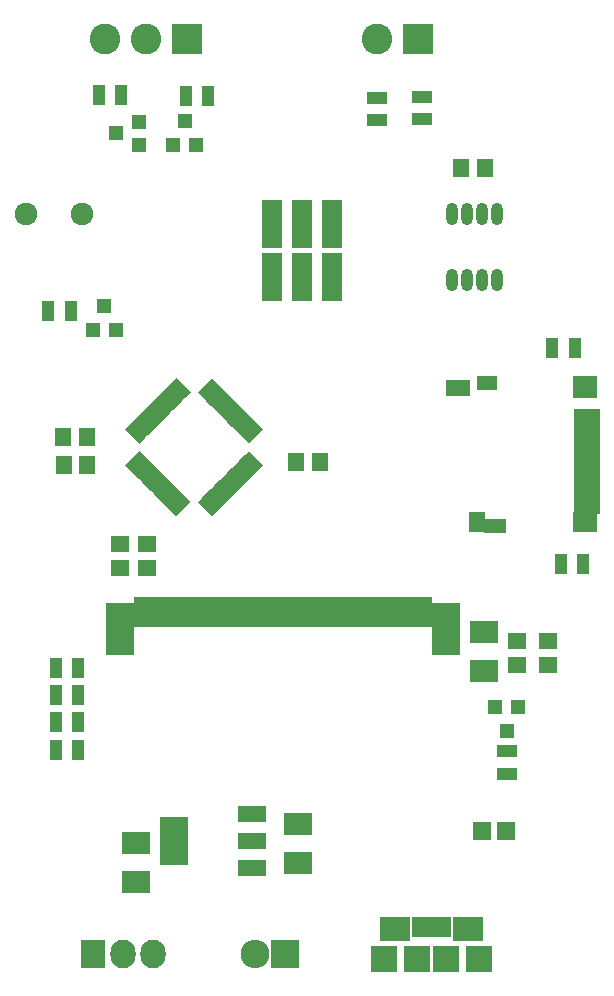
<source format=gts>
G04 #@! TF.FileFunction,Soldermask,Top*
%FSLAX46Y46*%
G04 Gerber Fmt 4.6, Leading zero omitted, Abs format (unit mm)*
G04 Created by KiCad (PCBNEW 4.0.1-stable) date 3/14/2016 2:44:03 AM*
%MOMM*%
G01*
G04 APERTURE LIST*
%ADD10C,0.100000*%
%ADD11R,0.700000X2.650000*%
%ADD12R,2.400000X4.400000*%
%ADD13R,1.400000X1.650000*%
%ADD14R,2.432000X1.924000*%
%ADD15R,1.650000X1.400000*%
%ADD16R,2.200000X1.150000*%
%ADD17R,2.000000X1.800000*%
%ADD18R,2.000000X1.900000*%
%ADD19R,1.800000X1.200000*%
%ADD20R,1.900000X1.200000*%
%ADD21R,1.400000X1.800000*%
%ADD22R,2.000000X1.400000*%
%ADD23R,1.598880X1.598880*%
%ADD24R,1.700000X4.100000*%
%ADD25R,2.600000X2.600000*%
%ADD26C,2.600000*%
%ADD27R,0.800000X1.750000*%
%ADD28R,2.500000X2.000000*%
%ADD29R,2.300000X2.300000*%
%ADD30R,2.200000X2.300000*%
%ADD31R,1.200100X1.200100*%
%ADD32R,1.700000X1.100000*%
%ADD33R,1.100000X1.700000*%
%ADD34C,1.924000*%
%ADD35O,1.009600X1.873200*%
%ADD36R,2.432000X4.057600*%
%ADD37R,2.432000X1.416000*%
%ADD38R,2.127200X2.432000*%
%ADD39O,2.127200X2.432000*%
%ADD40R,2.432000X2.432000*%
%ADD41O,2.432000X2.432000*%
G04 APERTURE END LIST*
D10*
D11*
X141000000Y-115700000D03*
X141500000Y-115700000D03*
X142000000Y-115700000D03*
X142500000Y-115700000D03*
X143000000Y-115700000D03*
X143500000Y-115700000D03*
X144000000Y-115700000D03*
X144500000Y-115700000D03*
X145000000Y-115700000D03*
X145500000Y-115700000D03*
X146000000Y-115700000D03*
X146500000Y-115700000D03*
X147000000Y-115700000D03*
X147500000Y-115700000D03*
X148000000Y-115700000D03*
X148500000Y-115700000D03*
X149000000Y-115700000D03*
X149500000Y-115700000D03*
X150000000Y-115700000D03*
X150500000Y-115700000D03*
X151000000Y-115700000D03*
X151500000Y-115700000D03*
X152000000Y-115700000D03*
X152500000Y-115700000D03*
X153000000Y-115700000D03*
X153500000Y-115700000D03*
X154000000Y-115700000D03*
X154500000Y-115700000D03*
X155000000Y-115700000D03*
X155500000Y-115700000D03*
X156000000Y-115700000D03*
X156500000Y-115700000D03*
X157000000Y-115700000D03*
X157500000Y-115700000D03*
X158000000Y-115700000D03*
X158500000Y-115700000D03*
X159000000Y-115700000D03*
X159500000Y-115700000D03*
X160000000Y-115700000D03*
X160500000Y-115700000D03*
X161000000Y-115700000D03*
X161500000Y-115700000D03*
X162000000Y-115700000D03*
X162500000Y-115700000D03*
X163000000Y-115700000D03*
X163500000Y-115700000D03*
X164000000Y-115700000D03*
X164500000Y-115700000D03*
X165000000Y-115700000D03*
X165500000Y-115700000D03*
D12*
X139460000Y-117150000D03*
X167040000Y-117150000D03*
D11*
X141000000Y-115700000D03*
X141500000Y-115700000D03*
X142000000Y-115700000D03*
X142500000Y-115700000D03*
X143000000Y-115700000D03*
X143500000Y-115700000D03*
X144000000Y-115700000D03*
X144500000Y-115700000D03*
X145000000Y-115700000D03*
X145500000Y-115700000D03*
X146000000Y-115700000D03*
X146500000Y-115700000D03*
X147000000Y-115700000D03*
X147500000Y-115700000D03*
X148000000Y-115700000D03*
X148500000Y-115700000D03*
X149000000Y-115700000D03*
X149500000Y-115700000D03*
X150000000Y-115700000D03*
X150500000Y-115700000D03*
X151000000Y-115700000D03*
X151500000Y-115700000D03*
X152000000Y-115700000D03*
X152500000Y-115700000D03*
X153000000Y-115700000D03*
X153500000Y-115700000D03*
X154000000Y-115700000D03*
X154500000Y-115700000D03*
X155000000Y-115700000D03*
X155500000Y-115700000D03*
X156000000Y-115700000D03*
X156500000Y-115700000D03*
X157000000Y-115700000D03*
X157500000Y-115700000D03*
X158000000Y-115700000D03*
X158500000Y-115700000D03*
X159000000Y-115700000D03*
X159500000Y-115700000D03*
X160000000Y-115700000D03*
X160500000Y-115700000D03*
X161000000Y-115700000D03*
X161500000Y-115700000D03*
X162000000Y-115700000D03*
X162500000Y-115700000D03*
X163000000Y-115700000D03*
X163500000Y-115700000D03*
X164000000Y-115700000D03*
X164500000Y-115700000D03*
X165000000Y-115700000D03*
X165500000Y-115700000D03*
D12*
X139460000Y-117150000D03*
X167040000Y-117150000D03*
D13*
X168341800Y-78130400D03*
X170341800Y-78130400D03*
D14*
X154508200Y-133654800D03*
X154508200Y-136956800D03*
X140843000Y-135255000D03*
X140843000Y-138557000D03*
D15*
X141757400Y-109921800D03*
X141757400Y-111921800D03*
X139496800Y-109947200D03*
X139496800Y-111947200D03*
D13*
X136686800Y-103225600D03*
X134686800Y-103225600D03*
X154397200Y-102971600D03*
X156397200Y-102971600D03*
X136636000Y-100888800D03*
X134636000Y-100888800D03*
D14*
X170281600Y-120700800D03*
X170281600Y-117398800D03*
D15*
X173101000Y-118142000D03*
X173101000Y-120142000D03*
X175666400Y-118160800D03*
X175666400Y-120160800D03*
D16*
X178957800Y-99090800D03*
X178957800Y-100190800D03*
X178957800Y-101290800D03*
X178957800Y-102390800D03*
X178957800Y-103490800D03*
X178957800Y-104590800D03*
X178957800Y-105690800D03*
X178957800Y-106790800D03*
D17*
X178857800Y-108090800D03*
D18*
X178857800Y-96640800D03*
D19*
X170557800Y-96290800D03*
D20*
X171207800Y-108390800D03*
D21*
X169707800Y-108090800D03*
D22*
X168107800Y-96690800D03*
D23*
X170063160Y-134213600D03*
X172161200Y-134213600D03*
D24*
X152323800Y-82854800D03*
X154863800Y-82854800D03*
X152323800Y-87299800D03*
X154863800Y-87299800D03*
X157403800Y-82854800D03*
X157403800Y-87299800D03*
D25*
X164688400Y-67157600D03*
D26*
X161188400Y-67157600D03*
D25*
X145155800Y-67157600D03*
D26*
X141655800Y-67157600D03*
X138155800Y-67157600D03*
D27*
X164536600Y-142359000D03*
X165186600Y-142359000D03*
X165836600Y-142359000D03*
X166486600Y-142359000D03*
X167136600Y-142359000D03*
D28*
X162736600Y-142484000D03*
X168936600Y-142484000D03*
D29*
X164636600Y-145034000D03*
X167036600Y-145034000D03*
D30*
X169836600Y-145034000D03*
X161836600Y-145034000D03*
D31*
X137175200Y-91780360D03*
X139075200Y-91780360D03*
X138125200Y-89781380D03*
X143982400Y-76133960D03*
X145882400Y-76133960D03*
X144932400Y-74134980D03*
X141081760Y-76108600D03*
X141081760Y-74208600D03*
X139082780Y-75158600D03*
X173136600Y-123764040D03*
X171236600Y-123764040D03*
X172186600Y-125763020D03*
D32*
X164998400Y-73949600D03*
X164998400Y-72049600D03*
X161188400Y-74025800D03*
X161188400Y-72125800D03*
D33*
X135290600Y-90220800D03*
X133390600Y-90220800D03*
X145023800Y-71983600D03*
X146923800Y-71983600D03*
X137657800Y-71932800D03*
X139557800Y-71932800D03*
X135925600Y-120396000D03*
X134025600Y-120396000D03*
X135925600Y-122682000D03*
X134025600Y-122682000D03*
X135925600Y-125018800D03*
X134025600Y-125018800D03*
X135925600Y-127406400D03*
X134025600Y-127406400D03*
X178673800Y-111658400D03*
X176773800Y-111658400D03*
X176072800Y-93319600D03*
X177972800Y-93319600D03*
D32*
X172186600Y-127472400D03*
X172186600Y-129372400D03*
D34*
X131495800Y-81965800D03*
X136245800Y-81965800D03*
D10*
G36*
X140340811Y-103689221D02*
X139881192Y-103229602D01*
X141083273Y-102027521D01*
X141542892Y-102487140D01*
X140340811Y-103689221D01*
X140340811Y-103689221D01*
G37*
G36*
X140694364Y-104042774D02*
X140234745Y-103583155D01*
X141436826Y-102381074D01*
X141896445Y-102840693D01*
X140694364Y-104042774D01*
X140694364Y-104042774D01*
G37*
G36*
X141047918Y-104396328D02*
X140588299Y-103936709D01*
X141790380Y-102734628D01*
X142249999Y-103194247D01*
X141047918Y-104396328D01*
X141047918Y-104396328D01*
G37*
G36*
X141401471Y-104749881D02*
X140941852Y-104290262D01*
X142143933Y-103088181D01*
X142603552Y-103547800D01*
X141401471Y-104749881D01*
X141401471Y-104749881D01*
G37*
G36*
X141755024Y-105103434D02*
X141295405Y-104643815D01*
X142497486Y-103441734D01*
X142957105Y-103901353D01*
X141755024Y-105103434D01*
X141755024Y-105103434D01*
G37*
G36*
X142108578Y-105456988D02*
X141648959Y-104997369D01*
X142851040Y-103795288D01*
X143310659Y-104254907D01*
X142108578Y-105456988D01*
X142108578Y-105456988D01*
G37*
G36*
X142462131Y-105810541D02*
X142002512Y-105350922D01*
X143204593Y-104148841D01*
X143664212Y-104608460D01*
X142462131Y-105810541D01*
X142462131Y-105810541D01*
G37*
G36*
X142815685Y-106164095D02*
X142356066Y-105704476D01*
X143558147Y-104502395D01*
X144017766Y-104962014D01*
X142815685Y-106164095D01*
X142815685Y-106164095D01*
G37*
G36*
X143169238Y-106517648D02*
X142709619Y-106058029D01*
X143911700Y-104855948D01*
X144371319Y-105315567D01*
X143169238Y-106517648D01*
X143169238Y-106517648D01*
G37*
G36*
X143522791Y-106871201D02*
X143063172Y-106411582D01*
X144265253Y-105209501D01*
X144724872Y-105669120D01*
X143522791Y-106871201D01*
X143522791Y-106871201D01*
G37*
G36*
X143876345Y-107224755D02*
X143416726Y-106765136D01*
X144618807Y-105563055D01*
X145078426Y-106022674D01*
X143876345Y-107224755D01*
X143876345Y-107224755D01*
G37*
G36*
X144229898Y-107578308D02*
X143770279Y-107118689D01*
X144972360Y-105916608D01*
X145431979Y-106376227D01*
X144229898Y-107578308D01*
X144229898Y-107578308D01*
G37*
G36*
X147694721Y-107118689D02*
X147235102Y-107578308D01*
X146033021Y-106376227D01*
X146492640Y-105916608D01*
X147694721Y-107118689D01*
X147694721Y-107118689D01*
G37*
G36*
X148048274Y-106765136D02*
X147588655Y-107224755D01*
X146386574Y-106022674D01*
X146846193Y-105563055D01*
X148048274Y-106765136D01*
X148048274Y-106765136D01*
G37*
G36*
X148401828Y-106411582D02*
X147942209Y-106871201D01*
X146740128Y-105669120D01*
X147199747Y-105209501D01*
X148401828Y-106411582D01*
X148401828Y-106411582D01*
G37*
G36*
X148755381Y-106058029D02*
X148295762Y-106517648D01*
X147093681Y-105315567D01*
X147553300Y-104855948D01*
X148755381Y-106058029D01*
X148755381Y-106058029D01*
G37*
G36*
X149108934Y-105704476D02*
X148649315Y-106164095D01*
X147447234Y-104962014D01*
X147906853Y-104502395D01*
X149108934Y-105704476D01*
X149108934Y-105704476D01*
G37*
G36*
X149462488Y-105350922D02*
X149002869Y-105810541D01*
X147800788Y-104608460D01*
X148260407Y-104148841D01*
X149462488Y-105350922D01*
X149462488Y-105350922D01*
G37*
G36*
X149816041Y-104997369D02*
X149356422Y-105456988D01*
X148154341Y-104254907D01*
X148613960Y-103795288D01*
X149816041Y-104997369D01*
X149816041Y-104997369D01*
G37*
G36*
X150169595Y-104643815D02*
X149709976Y-105103434D01*
X148507895Y-103901353D01*
X148967514Y-103441734D01*
X150169595Y-104643815D01*
X150169595Y-104643815D01*
G37*
G36*
X150523148Y-104290262D02*
X150063529Y-104749881D01*
X148861448Y-103547800D01*
X149321067Y-103088181D01*
X150523148Y-104290262D01*
X150523148Y-104290262D01*
G37*
G36*
X150876701Y-103936709D02*
X150417082Y-104396328D01*
X149215001Y-103194247D01*
X149674620Y-102734628D01*
X150876701Y-103936709D01*
X150876701Y-103936709D01*
G37*
G36*
X151230255Y-103583155D02*
X150770636Y-104042774D01*
X149568555Y-102840693D01*
X150028174Y-102381074D01*
X151230255Y-103583155D01*
X151230255Y-103583155D01*
G37*
G36*
X151583808Y-103229602D02*
X151124189Y-103689221D01*
X149922108Y-102487140D01*
X150381727Y-102027521D01*
X151583808Y-103229602D01*
X151583808Y-103229602D01*
G37*
G36*
X150381727Y-101426479D02*
X149922108Y-100966860D01*
X151124189Y-99764779D01*
X151583808Y-100224398D01*
X150381727Y-101426479D01*
X150381727Y-101426479D01*
G37*
G36*
X150028174Y-101072926D02*
X149568555Y-100613307D01*
X150770636Y-99411226D01*
X151230255Y-99870845D01*
X150028174Y-101072926D01*
X150028174Y-101072926D01*
G37*
G36*
X149674620Y-100719372D02*
X149215001Y-100259753D01*
X150417082Y-99057672D01*
X150876701Y-99517291D01*
X149674620Y-100719372D01*
X149674620Y-100719372D01*
G37*
G36*
X149321067Y-100365819D02*
X148861448Y-99906200D01*
X150063529Y-98704119D01*
X150523148Y-99163738D01*
X149321067Y-100365819D01*
X149321067Y-100365819D01*
G37*
G36*
X148967514Y-100012266D02*
X148507895Y-99552647D01*
X149709976Y-98350566D01*
X150169595Y-98810185D01*
X148967514Y-100012266D01*
X148967514Y-100012266D01*
G37*
G36*
X148613960Y-99658712D02*
X148154341Y-99199093D01*
X149356422Y-97997012D01*
X149816041Y-98456631D01*
X148613960Y-99658712D01*
X148613960Y-99658712D01*
G37*
G36*
X148260407Y-99305159D02*
X147800788Y-98845540D01*
X149002869Y-97643459D01*
X149462488Y-98103078D01*
X148260407Y-99305159D01*
X148260407Y-99305159D01*
G37*
G36*
X147906853Y-98951605D02*
X147447234Y-98491986D01*
X148649315Y-97289905D01*
X149108934Y-97749524D01*
X147906853Y-98951605D01*
X147906853Y-98951605D01*
G37*
G36*
X147553300Y-98598052D02*
X147093681Y-98138433D01*
X148295762Y-96936352D01*
X148755381Y-97395971D01*
X147553300Y-98598052D01*
X147553300Y-98598052D01*
G37*
G36*
X147199747Y-98244499D02*
X146740128Y-97784880D01*
X147942209Y-96582799D01*
X148401828Y-97042418D01*
X147199747Y-98244499D01*
X147199747Y-98244499D01*
G37*
G36*
X146846193Y-97890945D02*
X146386574Y-97431326D01*
X147588655Y-96229245D01*
X148048274Y-96688864D01*
X146846193Y-97890945D01*
X146846193Y-97890945D01*
G37*
G36*
X146492640Y-97537392D02*
X146033021Y-97077773D01*
X147235102Y-95875692D01*
X147694721Y-96335311D01*
X146492640Y-97537392D01*
X146492640Y-97537392D01*
G37*
G36*
X145431979Y-97077773D02*
X144972360Y-97537392D01*
X143770279Y-96335311D01*
X144229898Y-95875692D01*
X145431979Y-97077773D01*
X145431979Y-97077773D01*
G37*
G36*
X145078426Y-97431326D02*
X144618807Y-97890945D01*
X143416726Y-96688864D01*
X143876345Y-96229245D01*
X145078426Y-97431326D01*
X145078426Y-97431326D01*
G37*
G36*
X144724872Y-97784880D02*
X144265253Y-98244499D01*
X143063172Y-97042418D01*
X143522791Y-96582799D01*
X144724872Y-97784880D01*
X144724872Y-97784880D01*
G37*
G36*
X144371319Y-98138433D02*
X143911700Y-98598052D01*
X142709619Y-97395971D01*
X143169238Y-96936352D01*
X144371319Y-98138433D01*
X144371319Y-98138433D01*
G37*
G36*
X144017766Y-98491986D02*
X143558147Y-98951605D01*
X142356066Y-97749524D01*
X142815685Y-97289905D01*
X144017766Y-98491986D01*
X144017766Y-98491986D01*
G37*
G36*
X143664212Y-98845540D02*
X143204593Y-99305159D01*
X142002512Y-98103078D01*
X142462131Y-97643459D01*
X143664212Y-98845540D01*
X143664212Y-98845540D01*
G37*
G36*
X143310659Y-99199093D02*
X142851040Y-99658712D01*
X141648959Y-98456631D01*
X142108578Y-97997012D01*
X143310659Y-99199093D01*
X143310659Y-99199093D01*
G37*
G36*
X142957105Y-99552647D02*
X142497486Y-100012266D01*
X141295405Y-98810185D01*
X141755024Y-98350566D01*
X142957105Y-99552647D01*
X142957105Y-99552647D01*
G37*
G36*
X142603552Y-99906200D02*
X142143933Y-100365819D01*
X140941852Y-99163738D01*
X141401471Y-98704119D01*
X142603552Y-99906200D01*
X142603552Y-99906200D01*
G37*
G36*
X142249999Y-100259753D02*
X141790380Y-100719372D01*
X140588299Y-99517291D01*
X141047918Y-99057672D01*
X142249999Y-100259753D01*
X142249999Y-100259753D01*
G37*
G36*
X141896445Y-100613307D02*
X141436826Y-101072926D01*
X140234745Y-99870845D01*
X140694364Y-99411226D01*
X141896445Y-100613307D01*
X141896445Y-100613307D01*
G37*
G36*
X141542892Y-100966860D02*
X141083273Y-101426479D01*
X139881192Y-100224398D01*
X140340811Y-99764779D01*
X141542892Y-100966860D01*
X141542892Y-100966860D01*
G37*
D35*
X171373800Y-81991200D03*
X170103800Y-81991200D03*
X168833800Y-81991200D03*
X167563800Y-81991200D03*
X167563800Y-87579200D03*
X168833800Y-87579200D03*
X170103800Y-87579200D03*
X171373800Y-87579200D03*
D36*
X144068800Y-135102600D03*
D37*
X150672800Y-135102600D03*
X150672800Y-132816600D03*
X150672800Y-137388600D03*
D38*
X137210800Y-144627600D03*
D39*
X139750800Y-144627600D03*
X142290800Y-144627600D03*
D40*
X153466800Y-144678400D03*
D41*
X150926800Y-144678400D03*
M02*

</source>
